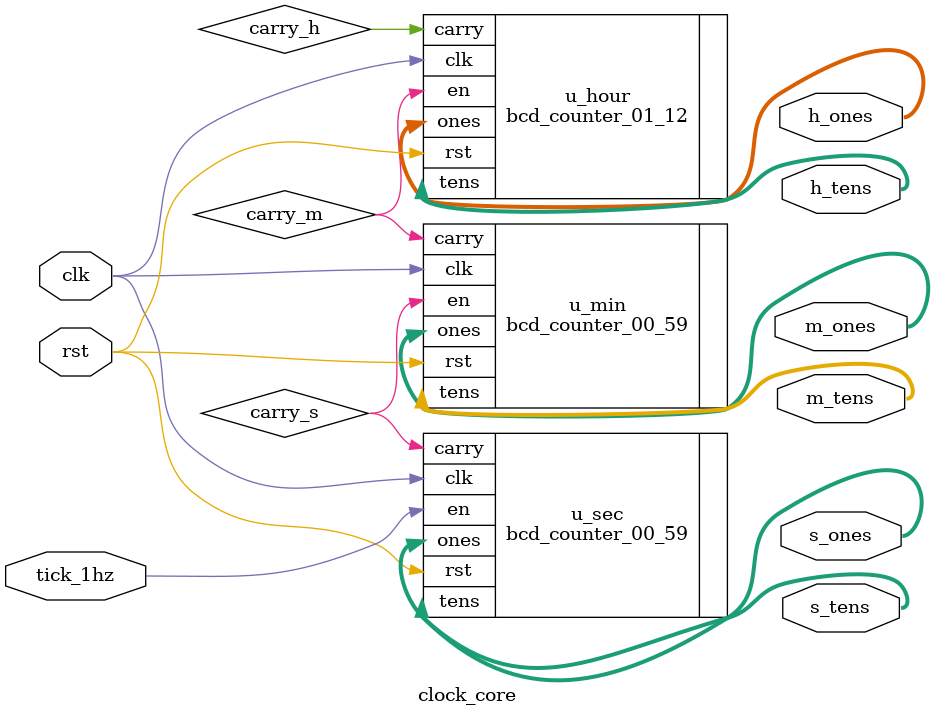
<source format=v>

/*************** Contadores en cascada ****************/

module clock_core(
    input  wire clk,
    input  wire rst,
    input  wire tick_1hz,
    output wire [3:0] h_tens, h_ones,
    output wire [3:0] m_tens, m_ones,
    output wire [3:0] s_tens, s_ones
);
    wire carry_s, carry_m, carry_h;

 bcd_counter_00_59 u_sec (
	  .clk(clk), .rst(rst), .en(tick_1hz),
	  .tens(s_tens), .ones(s_ones), .carry(carry_s)
 );

 bcd_counter_00_59 u_min (
	  .clk(clk), .rst(rst), .en(carry_s),
	  .tens(m_tens), .ones(m_ones), .carry(carry_m)
 );

 bcd_counter_01_12 u_hour (
	  .clk(clk), .rst(rst), .en(carry_m),
	  .tens(h_tens), .ones(h_ones), .carry(carry_h)
 );
	 
endmodule 




</source>
